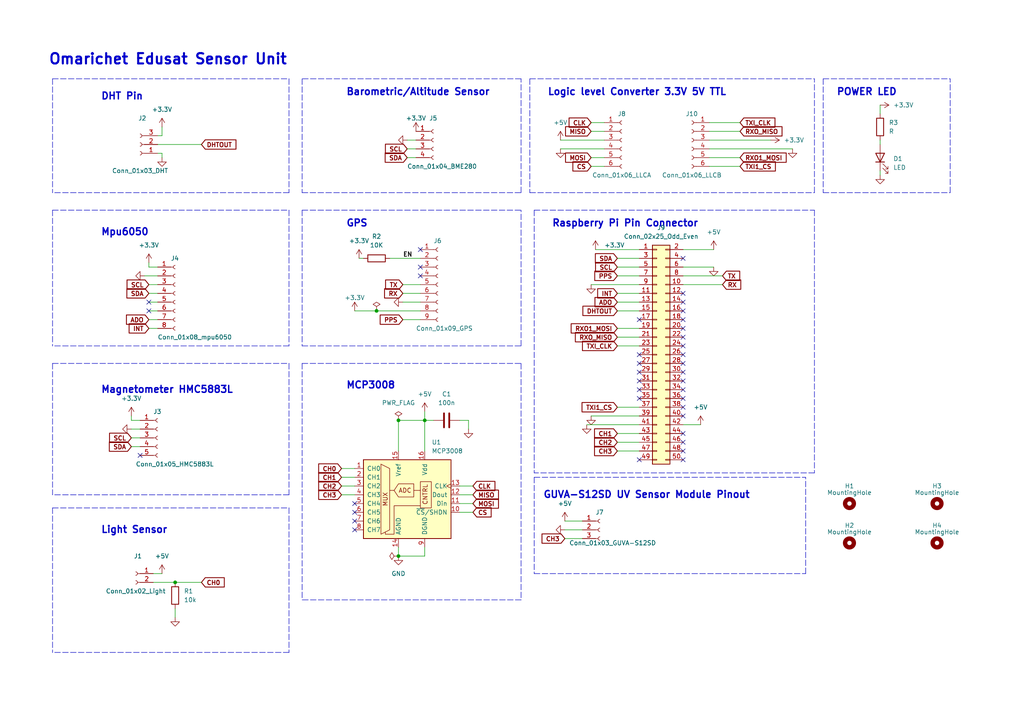
<source format=kicad_sch>
(kicad_sch (version 20211123) (generator eeschema)
  (paper "A4")
  (title_block (title "Edusat Sensor Unit ") (date "2023-01-30") (rev "v1.3") (company "Omarichet.Space") (comment 1 "This design allows for a hands on approach for the learners."))
  (lib_symbols
    (symbol "Analog_ADC:MCP3008" (pin_names (offset 1.016))
      (property "Reference" "U" (at -5.08 13.335 0))
      (property "Value" "MCP3008" (at -5.08 11.43 0))
      (symbol "MCP3008_0_0"
        (text "ADC" (at -0.635 1.27 0) (effects (font (size 1.27 1.27))))
        (text "CNTRL" (at 5.969 -2.921 900) (effects (font (size 1.27 1.27)) (justify left bottom)))
        (text "MUX" (at -6.35 -1.27 900) (effects (font (size 1.27 1.27))))
      )
      (symbol "MCP3008_0_1"
        (polyline (pts (xy -3.81 1.27) (xy -5.08 1.27)))
        (polyline (pts (xy 1.905 1.27) (xy 3.81 1.27)))
        (polyline (pts (xy -7.62 8.89) (xy -7.62 -11.43) (xy -5.08 -10.16) (xy -5.08 7.62) (xy -7.62 8.89)))
        (polyline (pts (xy 3.81 -3.175) (xy -3.81 -3.175) (xy -3.81 -11.43) (xy -6.35 -11.43) (xy -6.35 -10.795)))
        (polyline (pts (xy 1.905 3.175) (xy 1.905 -0.635) (xy -2.54 -0.635) (xy -3.81 1.27) (xy -2.54 3.175) (xy 1.905 3.175)))
        (rectangle (start 3.81 -3.81) (end 6.985 3.81))
        (rectangle (start 12.7 -12.7) (end -12.7 10.16) (stroke (width 0.254)) (fill (type background)))
      )
      (symbol "MCP3008_1_1"
        (pin input line (at -15.24 7.62 0) (length 2.54) (name "CH0") (number "1"))
        (pin input line (at 15.24 -5.08 180) (length 2.54) (name "~{CS}/SHDN") (number "10"))
        (pin input line (at 15.24 -2.54 180) (length 2.54) (name "Din") (number "11"))
        (pin output line (at 15.24 0 180) (length 2.54) (name "Dout") (number "12"))
        (pin input clock (at 15.24 2.54 180) (length 2.54) (name "CLK") (number "13"))
        (pin power_in line (at -2.54 -15.24 90) (length 2.54) (name "AGND") (number "14"))
        (pin power_in line (at -2.54 12.7 270) (length 2.54) (name "Vref") (number "15"))
        (pin power_in line (at 5.08 12.7 270) (length 2.54) (name "Vdd") (number "16"))
        (pin input line (at -15.24 5.08 0) (length 2.54) (name "CH1") (number "2"))
        (pin input line (at -15.24 2.54 0) (length 2.54) (name "CH2") (number "3"))
        (pin input line (at -15.24 0 0) (length 2.54) (name "CH3") (number "4"))
        (pin input line (at -15.24 -2.54 0) (length 2.54) (name "CH4") (number "5"))
        (pin input line (at -15.24 -5.08 0) (length 2.54) (name "CH5") (number "6"))
        (pin input line (at -15.24 -7.62 0) (length 2.54) (name "CH6") (number "7"))
        (pin input line (at -15.24 -10.16 0) (length 2.54) (name "CH7") (number "8"))
        (pin power_in line (at 5.08 -15.24 90) (length 2.54) (name "DGND") (number "9"))
      )
    )
    (symbol "Connector:Conn_01x02_Female" (pin_names (offset 1.016) hide)
      (property "Reference" "J" (at 0 2.54 0))
      (property "Value" "Conn_01x02_Female" (at 0 -5.08 0))
      (symbol "Conn_01x02_Female_1_1"
        (arc (start 0 -2.032) (mid -0.508 -2.54) (end 0 -3.048) (stroke (width 0.1524)))
        (polyline (pts (xy -1.27 -2.54) (xy -0.508 -2.54)) (stroke (width 0.1524)))
        (polyline (pts (xy -1.27 0) (xy -0.508 0)) (stroke (width 0.1524)))
        (arc (start 0 0.508) (mid -0.508 0) (end 0 -0.508) (stroke (width 0.1524)))
        (pin passive line (at -5.08 0 0) (length 3.81) (name "Pin_1") (number "1"))
        (pin passive line (at -5.08 -2.54 0) (length 3.81) (name "Pin_2") (number "2"))
      )
    )
    (symbol "Connector:Conn_01x03_Female" (pin_names (offset 1.016) hide)
      (property "Reference" "J" (at 0 5.08 0))
      (property "Value" "Conn_01x03_Female" (at 0 -5.08 0))
      (symbol "Conn_01x03_Female_1_1"
        (arc (start 0 -2.032) (mid -0.508 -2.54) (end 0 -3.048) (stroke (width 0.1524)))
        (polyline (pts (xy -1.27 -2.54) (xy -0.508 -2.54)) (stroke (width 0.1524)))
        (polyline (pts (xy -1.27 0) (xy -0.508 0)) (stroke (width 0.1524)))
        (polyline (pts (xy -1.27 2.54) (xy -0.508 2.54)) (stroke (width 0.1524)))
        (arc (start 0 0.508) (mid -0.508 0) (end 0 -0.508) (stroke (width 0.1524)))
        (arc (start 0 3.048) (mid -0.508 2.54) (end 0 2.032) (stroke (width 0.1524)))
        (pin passive line (at -5.08 2.54 0) (length 3.81) (name "Pin_1") (number "1"))
        (pin passive line (at -5.08 0 0) (length 3.81) (name "Pin_2") (number "2"))
        (pin passive line (at -5.08 -2.54 0) (length 3.81) (name "Pin_3") (number "3"))
      )
    )
    (symbol "Connector:Conn_01x04_Female" (pin_names (offset 1.016) hide)
      (property "Reference" "J" (at 0 5.08 0))
      (property "Value" "Conn_01x04_Female" (at 0 -7.62 0))
      (symbol "Conn_01x04_Female_1_1"
        (arc (start 0 -4.572) (mid -0.508 -5.08) (end 0 -5.588) (stroke (width 0.1524)))
        (arc (start 0 -2.032) (mid -0.508 -2.54) (end 0 -3.048) (stroke (width 0.1524)))
        (polyline (pts (xy -1.27 -5.08) (xy -0.508 -5.08)) (stroke (width 0.1524)))
        (polyline (pts (xy -1.27 -2.54) (xy -0.508 -2.54)) (stroke (width 0.1524)))
        (polyline (pts (xy -1.27 0) (xy -0.508 0)) (stroke (width 0.1524)))
        (polyline (pts (xy -1.27 2.54) (xy -0.508 2.54)) (stroke (width 0.1524)))
        (arc (start 0 0.508) (mid -0.508 0) (end 0 -0.508) (stroke (width 0.1524)))
        (arc (start 0 3.048) (mid -0.508 2.54) (end 0 2.032) (stroke (width 0.1524)))
        (pin passive line (at -5.08 2.54 0) (length 3.81) (name "Pin_1") (number "1"))
        (pin passive line (at -5.08 0 0) (length 3.81) (name "Pin_2") (number "2"))
        (pin passive line (at -5.08 -2.54 0) (length 3.81) (name "Pin_3") (number "3"))
        (pin passive line (at -5.08 -5.08 0) (length 3.81) (name "Pin_4") (number "4"))
      )
    )
    (symbol "Connector:Conn_01x05_Female" (pin_names (offset 1.016) hide)
      (property "Reference" "J" (at 0 7.62 0))
      (property "Value" "Conn_01x05_Female" (at 0 -7.62 0))
      (symbol "Conn_01x05_Female_1_1"
        (arc (start 0 -4.572) (mid -0.508 -5.08) (end 0 -5.588) (stroke (width 0.1524)))
        (arc (start 0 -2.032) (mid -0.508 -2.54) (end 0 -3.048) (stroke (width 0.1524)))
        (polyline (pts (xy -1.27 -5.08) (xy -0.508 -5.08)) (stroke (width 0.1524)))
        (polyline (pts (xy -1.27 -2.54) (xy -0.508 -2.54)) (stroke (width 0.1524)))
        (polyline (pts (xy -1.27 0) (xy -0.508 0)) (stroke (width 0.1524)))
        (polyline (pts (xy -1.27 2.54) (xy -0.508 2.54)) (stroke (width 0.1524)))
        (polyline (pts (xy -1.27 5.08) (xy -0.508 5.08)) (stroke (width 0.1524)))
        (arc (start 0 0.508) (mid -0.508 0) (end 0 -0.508) (stroke (width 0.1524)))
        (arc (start 0 3.048) (mid -0.508 2.54) (end 0 2.032) (stroke (width 0.1524)))
        (arc (start 0 5.588) (mid -0.508 5.08) (end 0 4.572) (stroke (width 0.1524)))
        (pin passive line (at -5.08 5.08 0) (length 3.81) (name "Pin_1") (number "1"))
        (pin passive line (at -5.08 2.54 0) (length 3.81) (name "Pin_2") (number "2"))
        (pin passive line (at -5.08 0 0) (length 3.81) (name "Pin_3") (number "3"))
        (pin passive line (at -5.08 -2.54 0) (length 3.81) (name "Pin_4") (number "4"))
        (pin passive line (at -5.08 -5.08 0) (length 3.81) (name "Pin_5") (number "5"))
      )
    )
    (symbol "Connector:Conn_01x06_Female" (pin_names (offset 1.016) hide)
      (property "Reference" "J" (at 0 7.62 0))
      (property "Value" "Conn_01x06_Female" (at 0 -10.16 0))
      (symbol "Conn_01x06_Female_1_1"
        (arc (start 0 -7.112) (mid -0.508 -7.62) (end 0 -8.128) (stroke (width 0.1524)))
        (arc (start 0 -4.572) (mid -0.508 -5.08) (end 0 -5.588) (stroke (width 0.1524)))
        (arc (start 0 -2.032) (mid -0.508 -2.54) (end 0 -3.048) (stroke (width 0.1524)))
        (polyline (pts (xy -1.27 -7.62) (xy -0.508 -7.62)) (stroke (width 0.1524)))
        (polyline (pts (xy -1.27 -5.08) (xy -0.508 -5.08)) (stroke (width 0.1524)))
        (polyline (pts (xy -1.27 -2.54) (xy -0.508 -2.54)) (stroke (width 0.1524)))
        (polyline (pts (xy -1.27 0) (xy -0.508 0)) (stroke (width 0.1524)))
        (polyline (pts (xy -1.27 2.54) (xy -0.508 2.54)) (stroke (width 0.1524)))
        (polyline (pts (xy -1.27 5.08) (xy -0.508 5.08)) (stroke (width 0.1524)))
        (arc (start 0 0.508) (mid -0.508 0) (end 0 -0.508) (stroke (width 0.1524)))
        (arc (start 0 3.048) (mid -0.508 2.54) (end 0 2.032) (stroke (width 0.1524)))
        (arc (start 0 5.588) (mid -0.508 5.08) (end 0 4.572) (stroke (width 0.1524)))
        (pin passive line (at -5.08 5.08 0) (length 3.81) (name "Pin_1") (number "1"))
        (pin passive line (at -5.08 2.54 0) (length 3.81) (name "Pin_2") (number "2"))
        (pin passive line (at -5.08 0 0) (length 3.81) (name "Pin_3") (number "3"))
        (pin passive line (at -5.08 -2.54 0) (length 3.81) (name "Pin_4") (number "4"))
        (pin passive line (at -5.08 -5.08 0) (length 3.81) (name "Pin_5") (number "5"))
        (pin passive line (at -5.08 -7.62 0) (length 3.81) (name "Pin_6") (number "6"))
      )
    )
    (symbol "Connector:Conn_01x08_Female" (pin_names (offset 1.016) hide)
      (property "Reference" "J" (at 0 10.16 0))
      (property "Value" "Conn_01x08_Female" (at 0 -12.7 0))
      (symbol "Conn_01x08_Female_1_1"
        (arc (start 0 -9.652) (mid -0.508 -10.16) (end 0 -10.668) (stroke (width 0.1524)))
        (arc (start 0 -7.112) (mid -0.508 -7.62) (end 0 -8.128) (stroke (width 0.1524)))
        (arc (start 0 -4.572) (mid -0.508 -5.08) (end 0 -5.588) (stroke (width 0.1524)))
        (arc (start 0 -2.032) (mid -0.508 -2.54) (end 0 -3.048) (stroke (width 0.1524)))
        (polyline (pts (xy -1.27 -10.16) (xy -0.508 -10.16)) (stroke (width 0.1524)))
        (polyline (pts (xy -1.27 -7.62) (xy -0.508 -7.62)) (stroke (width 0.1524)))
        (polyline (pts (xy -1.27 -5.08) (xy -0.508 -5.08)) (stroke (width 0.1524)))
        (polyline (pts (xy -1.27 -2.54) (xy -0.508 -2.54)) (stroke (width 0.1524)))
        (polyline (pts (xy -1.27 0) (xy -0.508 0)) (stroke (width 0.1524)))
        (polyline (pts (xy -1.27 2.54) (xy -0.508 2.54)) (stroke (width 0.1524)))
        (polyline (pts (xy -1.27 5.08) (xy -0.508 5.08)) (stroke (width 0.1524)))
        (polyline (pts (xy -1.27 7.62) (xy -0.508 7.62)) (stroke (width 0.1524)))
        (arc (start 0 0.508) (mid -0.508 0) (end 0 -0.508) (stroke (width 0.1524)))
        (arc (start 0 3.048) (mid -0.508 2.54) (end 0 2.032) (stroke (width 0.1524)))
        (arc (start 0 5.588) (mid -0.508 5.08) (end 0 4.572) (stroke (width 0.1524)))
        (arc (start 0 8.128) (mid -0.508 7.62) (end 0 7.112) (stroke (width 0.1524)))
        (pin passive line (at -5.08 7.62 0) (length 3.81) (name "Pin_1") (number "1"))
        (pin passive line (at -5.08 5.08 0) (length 3.81) (name "Pin_2") (number "2"))
        (pin passive line (at -5.08 2.54 0) (length 3.81) (name "Pin_3") (number "3"))
        (pin passive line (at -5.08 0 0) (length 3.81) (name "Pin_4") (number "4"))
        (pin passive line (at -5.08 -2.54 0) (length 3.81) (name "Pin_5") (number "5"))
        (pin passive line (at -5.08 -5.08 0) (length 3.81) (name "Pin_6") (number "6"))
        (pin passive line (at -5.08 -7.62 0) (length 3.81) (name "Pin_7") (number "7"))
        (pin passive line (at -5.08 -10.16 0) (length 3.81) (name "Pin_8") (number "8"))
      )
    )
    (symbol "Connector:Conn_01x09_Female" (pin_names (offset 1.016) hide)
      (property "Reference" "J" (at 0 12.7 0))
      (property "Value" "Conn_01x09_Female" (at 0 -12.7 0))
      (symbol "Conn_01x09_Female_1_1"
        (arc (start 0 -9.652) (mid -0.508 -10.16) (end 0 -10.668) (stroke (width 0.1524)))
        (arc (start 0 -7.112) (mid -0.508 -7.62) (end 0 -8.128) (stroke (width 0.1524)))
        (arc (start 0 -4.572) (mid -0.508 -5.08) (end 0 -5.588) (stroke (width 0.1524)))
        (arc (start 0 -2.032) (mid -0.508 -2.54) (end 0 -3.048) (stroke (width 0.1524)))
        (polyline (pts (xy -1.27 -10.16) (xy -0.508 -10.16)) (stroke (width 0.1524)))
        (polyline (pts (xy -1.27 -7.62) (xy -0.508 -7.62)) (stroke (width 0.1524)))
        (polyline (pts (xy -1.27 -5.08) (xy -0.508 -5.08)) (stroke (width 0.1524)))
        (polyline (pts (xy -1.27 -2.54) (xy -0.508 -2.54)) (stroke (width 0.1524)))
        (polyline (pts (xy -1.27 0) (xy -0.508 0)) (stroke (width 0.1524)))
        (polyline (pts (xy -1.27 2.54) (xy -0.508 2.54)) (stroke (width 0.1524)))
        (polyline (pts (xy -1.27 5.08) (xy -0.508 5.08)) (stroke (width 0.1524)))
        (polyline (pts (xy -1.27 7.62) (xy -0.508 7.62)) (stroke (width 0.1524)))
        (polyline (pts (xy -1.27 10.16) (xy -0.508 10.16)) (stroke (width 0.1524)))
        (arc (start 0 0.508) (mid -0.508 0) (end 0 -0.508) (stroke (width 0.1524)))
        (arc (start 0 3.048) (mid -0.508 2.54) (end 0 2.032) (stroke (width 0.1524)))
        (arc (start 0 5.588) (mid -0.508 5.08) (end 0 4.572) (stroke (width 0.1524)))
        (arc (start 0 8.128) (mid -0.508 7.62) (end 0 7.112) (stroke (width 0.1524)))
        (arc (start 0 10.668) (mid -0.508 10.16) (end 0 9.652) (stroke (width 0.1524)))
        (pin passive line (at -5.08 10.16 0) (length 3.81) (name "Pin_1") (number "1"))
        (pin passive line (at -5.08 7.62 0) (length 3.81) (name "Pin_2") (number "2"))
        (pin passive line (at -5.08 5.08 0) (length 3.81) (name "Pin_3") (number "3"))
        (pin passive line (at -5.08 2.54 0) (length 3.81) (name "Pin_4") (number "4"))
        (pin passive line (at -5.08 0 0) (length 3.81) (name "Pin_5") (number "5"))
        (pin passive line (at -5.08 -2.54 0) (length 3.81) (name "Pin_6") (number "6"))
        (pin passive line (at -5.08 -5.08 0) (length 3.81) (name "Pin_7") (number "7"))
        (pin passive line (at -5.08 -7.62 0) (length 3.81) (name "Pin_8") (number "8"))
        (pin passive line (at -5.08 -10.16 0) (length 3.81) (name "Pin_9") (number "9"))
      )
    )
    (symbol "Connector_Generic:Conn_02x25_Odd_Even" (pin_names (offset 1.016) hide)
      (property "Reference" "J" (at 1.27 33.02 0))
      (property "Value" "Conn_02x25_Odd_Even" (at 1.27 -33.02 0))
      (symbol "Conn_02x25_Odd_Even_1_1"
        (rectangle (start -1.27 -30.353) (end 0 -30.607) (stroke (width 0.1524)))
        (rectangle (start -1.27 -27.813) (end 0 -28.067) (stroke (width 0.1524)))
        (rectangle (start -1.27 -25.273) (end 0 -25.527) (stroke (width 0.1524)))
        (rectangle (start -1.27 -22.733) (end 0 -22.987) (stroke (width 0.1524)))
        (rectangle (start -1.27 -20.193) (end 0 -20.447) (stroke (width 0.1524)))
        (rectangle (start -1.27 -17.653) (end 0 -17.907) (stroke (width 0.1524)))
        (rectangle (start -1.27 -15.113) (end 0 -15.367) (stroke (width 0.1524)))
        (rectangle (start -1.27 -12.573) (end 0 -12.827) (stroke (width 0.1524)))
        (rectangle (start -1.27 -10.033) (end 0 -10.287) (stroke (width 0.1524)))
        (rectangle (start -1.27 -7.493) (end 0 -7.747) (stroke (width 0.1524)))
        (rectangle (start -1.27 -4.953) (end 0 -5.207) (stroke (width 0.1524)))
        (rectangle (start -1.27 -2.413) (end 0 -2.667) (stroke (width 0.1524)))
        (rectangle (start -1.27 0.127) (end 0 -0.127) (stroke (width 0.1524)))
        (rectangle (start -1.27 2.667) (end 0 2.413) (stroke (width 0.1524)))
        (rectangle (start -1.27 5.207) (end 0 4.953) (stroke (width 0.1524)))
        (rectangle (start -1.27 7.747) (end 0 7.493) (stroke (width 0.1524)))
        (rectangle (start -1.27 10.287) (end 0 10.033) (stroke (width 0.1524)))
        (rectangle (start -1.27 12.827) (end 0 12.573) (stroke (width 0.1524)))
        (rectangle (start -1.27 15.367) (end 0 15.113) (stroke (width 0.1524)))
        (rectangle (start -1.27 17.907) (end 0 17.653) (stroke (width 0.1524)))
        (rectangle (start -1.27 20.447) (end 0 20.193) (stroke (width 0.1524)))
        (rectangle (start -1.27 22.987) (end 0 22.733) (stroke (width 0.1524)))
        (rectangle (start -1.27 25.527) (end 0 25.273) (stroke (width 0.1524)))
        (rectangle (start -1.27 28.067) (end 0 27.813) (stroke (width 0.1524)))
        (rectangle (start -1.27 30.607) (end 0 30.353) (stroke (width 0.1524)))
        (rectangle (start -1.27 31.75) (end 3.81 -31.75) (stroke (width 0.254)) (fill (type background)))
        (rectangle (start 3.81 -30.353) (end 2.54 -30.607) (stroke (width 0.1524)))
        (rectangle (start 3.81 -27.813) (end 2.54 -28.067) (stroke (width 0.1524)))
        (rectangle (start 3.81 -25.273) (end 2.54 -25.527) (stroke (width 0.1524)))
        (rectangle (start 3.81 -22.733) (end 2.54 -22.987) (stroke (width 0.1524)))
        (rectangle (start 3.81 -20.193) (end 2.54 -20.447) (stroke (width 0.1524)))
        (rectangle (start 3.81 -17.653) (end 2.54 -17.907) (stroke (width 0.1524)))
        (rectangle (start 3.81 -15.113) (end 2.54 -15.367) (stroke (width 0.1524)))
        (rectangle (start 3.81 -12.573) (end 2.54 -12.827) (stroke (width 0.1524)))
        (rectangle (start 3.81 -10.033) (end 2.54 -10.287) (stroke (width 0.1524)))
        (rectangle (start 3.81 -7.493) (end 2.54 -7.747) (stroke (width 0.1524)))
        (rectangle (start 3.81 -4.953) (end 2.54 -5.207) (stroke (width 0.1524)))
        (rectangle (start 3.81 -2.413) (end 2.54 -2.667) (stroke (width 0.1524)))
        (rectangle (start 3.81 0.127) (end 2.54 -0.127) (stroke (width 0.1524)))
        (rectangle (start 3.81 2.667) (end 2.54 2.413) (stroke (width 0.1524)))
        (rectangle (start 3.81 5.207) (end 2.54 4.953) (stroke (width 0.1524)))
        (rectangle (start 3.81 7.747) (end 2.54 7.493) (stroke (width 0.1524)))
        (rectangle (start 3.81 10.287) (end 2.54 10.033) (stroke (width 0.1524)))
        (rectangle (start 3.81 12.827) (end 2.54 12.573) (stroke (width 0.1524)))
        (rectangle (start 3.81 15.367) (end 2.54 15.113) (stroke (width 0.1524)))
        (rectangle (start 3.81 17.907) (end 2.54 17.653) (stroke (width 0.1524)))
        (rectangle (start 3.81 20.447) (end 2.54 20.193) (stroke (width 0.1524)))
        (rectangle (start 3.81 22.987) (end 2.54 22.733) (stroke (width 0.1524)))
        (rectangle (start 3.81 25.527) (end 2.54 25.273) (stroke (width 0.1524)))
        (rectangle (start 3.81 28.067) (end 2.54 27.813) (stroke (width 0.1524)))
        (rectangle (start 3.81 30.607) (end 2.54 30.353) (stroke (width 0.1524)))
        (pin passive line (at -5.08 30.48 0) (length 3.81) (name "Pin_1") (number "1"))
        (pin passive line (at 7.62 20.32 180) (length 3.81) (name "Pin_10") (number "10"))
        (pin passive line (at -5.08 17.78 0) (length 3.81) (name "Pin_11") (number "11"))
        (pin passive line (at 7.62 17.78 180) (length 3.81) (name "Pin_12") (number "12"))
        (pin passive line (at -5.08 15.24 0) (length 3.81) (name "Pin_13") (number "13"))
        (pin passive line (at 7.62 15.24 180) (length 3.81) (name "Pin_14") (number "14"))
        (pin passive line (at -5.08 12.7 0) (length 3.81) (name "Pin_15") (number "15"))
        (pin passive line (at 7.62 12.7 180) (length 3.81) (name "Pin_16") (number "16"))
        (pin passive line (at -5.08 10.16 0) (length 3.81) (name "Pin_17") (number "17"))
        (pin passive line (at 7.62 10.16 180) (length 3.81) (name "Pin_18") (number "18"))
        (pin passive line (at -5.08 7.62 0) (length 3.81) (name "Pin_19") (number "19"))
        (pin passive line (at 7.62 30.48 180) (length 3.81) (name "Pin_2") (number "2"))
        (pin passive line (at 7.62 7.62 180) (length 3.81) (name "Pin_20") (number "20"))
        (pin passive line (at -5.08 5.08 0) (length 3.81) (name "Pin_21") (number "21"))
        (pin passive line (at 7.62 5.08 180) (length 3.81) (name "Pin_22") (number "22"))
        (pin passive line (at -5.08 2.54 0) (length 3.81) (name "Pin_23") (number "23"))
        (pin passive line (at 7.62 2.54 180) (length 3.81) (name "Pin_24") (number "24"))
        (pin passive line (at -5.08 0 0) (length 3.81) (name "Pin_25") (number "25"))
        (pin passive line (at 7.62 0 180) (length 3.81) (name "Pin_26") (number "26"))
        (pin passive line (at -5.08 -2.54 0) (length 3.81) (name "Pin_27") (number "27"))
        (pin passive line (at 7.62 -2.54 180) (length 3.81) (name "Pin_28") (number "28"))
        (pin passive line (at -5.08 -5.08 0) (length 3.81) (name "Pin_29") (number "29"))
        (pin passive line (at -5.08 27.94 0) (length 3.81) (name "Pin_3") (number "3"))
        (pin passive line (at 7.62 -5.08 180) (length 3.81) (name "Pin_30") (number "30"))
        (pin passive line (at -5.08 -7.62 0) (length 3.81) (name "Pin_31") (number "31"))
        (pin passive line (at 7.62 -7.62 180) (length 3.81) (name "Pin_32") (number "32"))
        (pin passive line (at -5.08 -10.16 0) (length 3.81) (name "Pin_33") (number "33"))
        (pin passive line (at 7.62 -10.16 180) (length 3.81) (name "Pin_34") (number "34"))
        (pin passive line (at -5.08 -12.7 0) (length 3.81) (name "Pin_35") (number "35"))
        (pin passive line (at 7.62 -12.7 180) (length 3.81) (name "Pin_36") (number "36"))
        (pin passive line (at -5.08 -15.24 0) (length 3.81) (name "Pin_37") (number "37"))
        (pin passive line (at 7.62 -15.24 180) (length 3.81) (name "Pin_38") (number "38"))
        (pin passive line (at -5.08 -17.78 0) (length 3.81) (name "Pin_39") (number "39"))
        (pin passive line (at 7.62 27.94 180) (length 3.81) (name "Pin_4") (number "4"))
        (pin passive line (at 7.62 -17.78 180) (length 3.81) (name "Pin_40") (number "40"))
        (pin passive line (at -5.08 -20.32 0) (length 3.81) (name "Pin_41") (number "41"))
        (pin passive line (at 7.62 -20.32 180) (length 3.81) (name "Pin_42") (number "42"))
        (pin passive line (at -5.08 -22.86 0) (length 3.81) (name "Pin_43") (number "43"))
        (pin passive line (at 7.62 -22.86 180) (length 3.81) (name "Pin_44") (number "44"))
        (pin passive line (at -5.08 -25.4 0) (length 3.81) (name "Pin_45") (number "45"))
        (pin passive line (at 7.62 -25.4 180) (length 3.81) (name "Pin_46") (number "46"))
        (pin passive line (at -5.08 -27.94 0) (length 3.81) (name "Pin_47") (number "47"))
        (pin passive line (at 7.62 -27.94 180) (length 3.81) (name "Pin_48") (number "48"))
        (pin passive line (at -5.08 -30.48 0) (length 3.81) (name "Pin_49") (number "49"))
        (pin passive line (at -5.08 25.4 0) (length 3.81) (name "Pin_5") (number "5"))
        (pin passive line (at 7.62 -30.48 180) (length 3.81) (name "Pin_50") (number "50"))
        (pin passive line (at 7.62 25.4 180) (length 3.81) (name "Pin_6") (number "6"))
        (pin passive line (at -5.08 22.86 0) (length 3.81) (name "Pin_7") (number "7"))
        (pin passive line (at 7.62 22.86 180) (length 3.81) (name "Pin_8") (number "8"))
        (pin passive line (at -5.08 20.32 0) (length 3.81) (name "Pin_9") (number "9"))
      )
    )
    (symbol "Device:C" (pin_numbers hide) (pin_names (offset 0.254))
      (property "Reference" "C" (at 0.635 2.54 0))
      (property "Value" "C" (at 0.635 -2.54 0))
      (symbol "C_0_1"
        (polyline (pts (xy -2.032 -0.762) (xy 2.032 -0.762)) (stroke (width 0.508)))
        (polyline (pts (xy -2.032 0.762) (xy 2.032 0.762)) (stroke (width 0.508)))
      )
      (symbol "C_1_1"
        (pin passive line (at 0 3.81 270) (length 2.794) (name "~") (number "1"))
        (pin passive line (at 0 -3.81 90) (length 2.794) (name "~") (number "2"))
      )
    )
    (symbol "Device:LED" (pin_numbers hide) (pin_names (offset 1.016) hide)
      (property "Reference" "D" (at 0 2.54 0))
      (property "Value" "LED" (at 0 -2.54 0))
      (symbol "LED_0_1"
        (polyline (pts (xy -1.27 -1.27) (xy -1.27 1.27)) (stroke (width 0.254)))
        (polyline (pts (xy -1.27 0) (xy 1.27 0)))
        (polyline (pts (xy 1.27 -1.27) (xy 1.27 1.27) (xy -1.27 0) (xy 1.27 -1.27)) (stroke (width 0.254)))
        (polyline (pts (xy -3.048 -0.762) (xy -4.572 -2.286) (xy -3.81 -2.286) (xy -4.572 -2.286) (xy -4.572 -1.524)))
        (polyline (pts (xy -1.778 -0.762) (xy -3.302 -2.286) (xy -2.54 -2.286) (xy -3.302 -2.286) (xy -3.302 -1.524)))
      )
      (symbol "LED_1_1"
        (pin passive line (at -3.81 0 0) (length 2.54) (name "K") (number "1"))
        (pin passive line (at 3.81 0 180) (length 2.54) (name "A") (number "2"))
      )
    )
    (symbol "Device:R" (pin_numbers hide) (pin_names (offset 0))
      (property "Reference" "R" (at 2.032 0 90))
      (property "Value" "R" (at 0 0 90))
      (symbol "R_0_1"
        (rectangle (start -1.016 -2.54) (end 1.016 2.54) (stroke (width 0.254)))
      )
      (symbol "R_1_1"
        (pin passive line (at 0 3.81 270) (length 1.27) (name "~") (number "1"))
        (pin passive line (at 0 -3.81 90) (length 1.27) (name "~") (number "2"))
      )
    )
    (symbol "Mechanical:MountingHole" (pin_names (offset 1.016))
      (property "Reference" "H" (at 0 5.08 0))
      (property "Value" "MountingHole" (at 0 3.175 0))
      (symbol "MountingHole_0_1"
        (circle (center 0 0) (radius 1.27) (stroke (width 1.27)))
      )
    )
    (symbol "power:+3.3V" (power) (pin_names (offset 0))
      (property "Value" "+3.3V" (at 0 3.556 0))
      (symbol "+3.3V_0_1"
        (polyline (pts (xy -0.762 1.27) (xy 0 2.54)))
        (polyline (pts (xy 0 0) (xy 0 2.54)))
        (polyline (pts (xy 0 2.54) (xy 0.762 1.27)))
      )
      (symbol "+3.3V_1_1"
        (pin power_in line (at 0 0 90) (length 0) hide (name "+3.3V") (number "1"))
      )
    )
    (symbol "power:+5V" (power) (pin_names (offset 0))
      (property "Value" "+5V" (at 0 3.556 0))
      (symbol "+5V_0_1"
        (polyline (pts (xy -0.762 1.27) (xy 0 2.54)))
        (polyline (pts (xy 0 0) (xy 0 2.54)))
        (polyline (pts (xy 0 2.54) (xy 0.762 1.27)))
      )
      (symbol "+5V_1_1"
        (pin power_in line (at 0 0 90) (length 0) hide (name "+5V") (number "1"))
      )
    )
    (symbol "power:GND" (power) (pin_names (offset 0))
      (property "Value" "GND" (at 0 -3.81 0))
      (symbol "GND_0_1"
        (polyline (pts (xy 0 0) (xy 0 -1.27) (xy 1.27 -1.27) (xy 0 -2.54) (xy -1.27 -1.27) (xy 0 -1.27)))
      )
      (symbol "GND_1_1"
        (pin power_in line (at 0 0 270) (length 0) hide (name "GND") (number "1"))
      )
    )
    (symbol "power:PWR_FLAG" (power) (pin_numbers hide) (pin_names (offset 0) hide)
      (property "Value" "PWR_FLAG" (at 0 3.81 0))
      (symbol "PWR_FLAG_0_0"
        (pin power_out line (at 0 0 90) (length 0) (name "pwr") (number "1"))
      )
      (symbol "PWR_FLAG_0_1"
        (polyline (pts (xy 0 0) (xy 0 1.27) (xy -1.016 1.905) (xy 0 2.54) (xy 1.016 1.905) (xy 0 1.27)))
      )
    )
  )
  (junction (at 109.22 90.17))
  (junction (at 115.57 121.92))
  (junction (at 123.19 121.92))
  (junction (at 115.57 161.29))
  (junction (at 50.8 168.91))
  (no_connect (at 121.92 72.39))
  (no_connect (at 121.92 77.47))
  (no_connect (at 121.92 80.01))
  (no_connect (at 198.12 107.95))
  (no_connect (at 198.12 105.41))
  (no_connect (at 198.12 102.87))
  (no_connect (at 198.12 100.33))
  (no_connect (at 198.12 97.79))
  (no_connect (at 185.42 105.41))
  (no_connect (at 185.42 107.95))
  (no_connect (at 185.42 110.49))
  (no_connect (at 185.42 113.03))
  (no_connect (at 185.42 115.57))
  (no_connect (at 198.12 120.65))
  (no_connect (at 198.12 118.11))
  (no_connect (at 198.12 115.57))
  (no_connect (at 198.12 113.03))
  (no_connect (at 198.12 110.49))
  (no_connect (at 185.42 92.71))
  (no_connect (at 185.42 102.87))
  (no_connect (at 198.12 95.25))
  (no_connect (at 198.12 92.71))
  (no_connect (at 198.12 90.17))
  (no_connect (at 198.12 87.63))
  (no_connect (at 198.12 85.09))
  (no_connect (at 185.42 133.35))
  (no_connect (at 198.12 133.35))
  (no_connect (at 198.12 130.81))
  (no_connect (at 198.12 128.27))
  (no_connect (at 198.12 125.73))
  (no_connect (at 102.87 146.05))
  (no_connect (at 102.87 153.67))
  (no_connect (at 102.87 151.13))
  (no_connect (at 102.87 148.59))
  (no_connect (at 40.64 132.08))
  (no_connect (at 43.18 90.17))
  (no_connect (at 43.18 87.63))
  (no_connect (at 198.12 74.93))
  (polyline (pts (xy 83.82 100.33) (xy 15.24 100.33)))
  (wire (pts (xy 133.35 140.97) (xy 137.16 140.97)))
  (wire (pts (xy 99.06 140.97) (xy 102.87 140.97)))
  (wire (pts (xy 38.1 120.65) (xy 38.1 121.92)))
  (polyline (pts (xy 151.13 173.99) (xy 87.63 173.99)))
  (wire (pts (xy 43.18 87.63) (xy 45.72 87.63)))
  (polyline (pts (xy 87.63 100.33) (xy 151.13 100.33)))
  (polyline (pts (xy 153.67 55.88) (xy 236.22 55.88)))
  (wire (pts (xy 43.18 90.17) (xy 45.72 90.17)))
  (wire (pts (xy 133.35 146.05) (xy 137.16 146.05)))
  (wire (pts (xy 43.18 92.71) (xy 45.72 92.71)))
  (polyline (pts (xy 83.82 147.32) (xy 83.82 189.23)))
  (polyline (pts (xy 238.76 22.86) (xy 275.59 22.86)))
  (wire (pts (xy 118.11 43.18) (xy 120.65 43.18)))
  (wire (pts (xy 171.45 35.56) (xy 175.26 35.56)))
  (wire (pts (xy 135.89 121.92) (xy 135.89 124.46)))
  (wire (pts (xy 38.1 121.92) (xy 40.64 121.92)))
  (wire (pts (xy 133.35 148.59) (xy 137.16 148.59)))
  (polyline (pts (xy 238.76 55.88) (xy 275.59 55.88)))
  (wire (pts (xy 115.57 161.29) (xy 123.19 161.29)))
  (wire (pts (xy 99.06 143.51) (xy 102.87 143.51)))
  (polyline (pts (xy 87.63 60.96) (xy 151.13 60.96)))
  (polyline (pts (xy 151.13 100.33) (xy 151.13 60.96)))
  (wire (pts (xy 171.45 82.55) (xy 185.42 82.55)))
  (wire (pts (xy 99.06 135.89) (xy 102.87 135.89)))
  (polyline (pts (xy 154.94 60.96) (xy 154.94 137.16)))
  (wire (pts (xy 38.1 127) (xy 40.64 127)))
  (wire (pts (xy 205.74 35.56) (xy 214.63 35.56)))
  (polyline (pts (xy 238.76 22.86) (xy 238.76 55.88)))
  (wire (pts (xy 50.8 168.91) (xy 58.42 168.91)))
  (wire (pts (xy 205.74 38.1) (xy 214.63 38.1)))
  (wire (pts (xy 44.45 168.91) (xy 50.8 168.91)))
  (wire (pts (xy 43.18 82.55) (xy 45.72 82.55)))
  (wire (pts (xy 38.1 129.54) (xy 40.64 129.54)))
  (wire (pts (xy 198.12 123.19) (xy 203.2 123.19)))
  (wire (pts (xy 115.57 158.75) (xy 115.57 161.29)))
  (wire (pts (xy 255.27 49.53) (xy 255.27 50.8)))
  (polyline (pts (xy 233.68 166.37) (xy 233.68 138.43)))
  (wire (pts (xy 198.12 82.55) (xy 209.55 82.55)))
  (wire (pts (xy 179.07 130.81) (xy 185.42 130.81)))
  (wire (pts (xy 133.35 143.51) (xy 137.16 143.51)))
  (wire (pts (xy 170.18 123.19) (xy 185.42 123.19)))
  (wire (pts (xy 179.07 95.25) (xy 185.42 95.25)))
  (polyline (pts (xy 87.63 60.96) (xy 87.63 100.33)))
  (polyline (pts (xy 236.22 137.16) (xy 154.94 137.16)))
  (wire (pts (xy 113.03 74.93) (xy 121.92 74.93)))
  (wire (pts (xy 198.12 72.39) (xy 207.01 72.39)))
  (wire (pts (xy 123.19 161.29) (xy 123.19 158.75)))
  (wire (pts (xy 179.07 80.01) (xy 185.42 80.01)))
  (wire (pts (xy 171.45 120.65) (xy 185.42 120.65)))
  (wire (pts (xy 123.19 121.92) (xy 123.19 130.81)))
  (wire (pts (xy 163.83 151.13) (xy 168.91 151.13)))
  (wire (pts (xy 198.12 77.47) (xy 207.01 77.47)))
  (wire (pts (xy 99.06 138.43) (xy 102.87 138.43)))
  (polyline (pts (xy 151.13 22.86) (xy 87.63 22.86)))
  (polyline (pts (xy 15.24 105.41) (xy 83.82 105.41)))
  (wire (pts (xy 45.72 44.45) (xy 46.99 44.45)))
  (polyline (pts (xy 83.82 60.96) (xy 83.82 100.33)))
  (wire (pts (xy 123.19 119.38) (xy 123.19 121.92)))
  (wire (pts (xy 44.45 166.37) (xy 46.99 166.37)))
  (polyline (pts (xy 154.94 166.37) (xy 233.68 166.37)))
  (polyline (pts (xy 15.24 60.96) (xy 15.24 100.33)))
  (wire (pts (xy 179.07 128.27) (xy 185.42 128.27)))
  (polyline (pts (xy 15.24 22.86) (xy 83.82 22.86)))
  (wire (pts (xy 58.42 41.91) (xy 45.72 41.91)))
  (wire (pts (xy 116.84 82.55) (xy 121.92 82.55)))
  (wire (pts (xy 104.14 74.93) (xy 105.41 74.93)))
  (wire (pts (xy 116.84 87.63) (xy 121.92 87.63)))
  (wire (pts (xy 41.91 80.01) (xy 45.72 80.01)))
  (polyline (pts (xy 87.63 55.88) (xy 151.13 55.88)))
  (wire (pts (xy 179.07 100.33) (xy 185.42 100.33)))
  (polyline (pts (xy 154.94 138.43) (xy 233.68 138.43)))
  (polyline (pts (xy 87.63 105.41) (xy 151.13 105.41)))
  (polyline (pts (xy 236.22 60.96) (xy 236.22 137.16)))
  (wire (pts (xy 205.74 43.18) (xy 229.87 43.18)))
  (wire (pts (xy 102.87 90.17) (xy 109.22 90.17)))
  (wire (pts (xy 172.72 72.39) (xy 185.42 72.39)))
  (wire (pts (xy 163.83 153.67) (xy 168.91 153.67)))
  (wire (pts (xy 43.18 85.09) (xy 45.72 85.09)))
  (wire (pts (xy 255.27 40.64) (xy 255.27 41.91)))
  (wire (pts (xy 205.74 48.26) (xy 214.63 48.26)))
  (polyline (pts (xy 15.24 105.41) (xy 15.24 143.51)))
  (polyline (pts (xy 15.24 22.86) (xy 15.24 55.88)))
  (wire (pts (xy 162.56 43.18) (xy 175.26 43.18)))
  (wire (pts (xy 116.84 92.71) (xy 121.92 92.71)))
  (wire (pts (xy 109.22 90.17) (xy 121.92 90.17)))
  (wire (pts (xy 179.07 97.79) (xy 185.42 97.79)))
  (wire (pts (xy 179.07 118.11) (xy 185.42 118.11)))
  (wire (pts (xy 43.18 95.25) (xy 45.72 95.25)))
  (polyline (pts (xy 236.22 55.88) (xy 236.22 22.86)))
  (wire (pts (xy 162.56 40.64) (xy 175.26 40.64)))
  (wire (pts (xy 205.74 40.64) (xy 223.52 40.64)))
  (wire (pts (xy 118.11 40.64) (xy 120.65 40.64)))
  (wire (pts (xy 255.27 30.48) (xy 255.27 33.02)))
  (wire (pts (xy 179.07 74.93) (xy 185.42 74.93)))
  (polyline (pts (xy 154.94 60.96) (xy 236.22 60.96)))
  (polyline (pts (xy 87.63 105.41) (xy 87.63 173.99)))
  (wire (pts (xy 179.07 125.73) (xy 185.42 125.73)))
  (wire (pts (xy 116.84 85.09) (xy 121.92 85.09)))
  (wire (pts (xy 179.07 87.63) (xy 185.42 87.63)))
  (wire (pts (xy 115.57 130.81) (xy 115.57 121.92)))
  (wire (pts (xy 205.74 45.72) (xy 214.63 45.72)))
  (wire (pts (xy 133.35 121.92) (xy 135.89 121.92)))
  (wire (pts (xy 46.99 39.37) (xy 45.72 39.37)))
  (polyline (pts (xy 15.24 60.96) (xy 83.82 60.96)))
  (polyline (pts (xy 15.24 147.32) (xy 15.24 189.23)))
  (polyline (pts (xy 83.82 105.41) (xy 83.82 143.51)))
  (wire (pts (xy 43.18 76.2) (xy 43.18 77.47)))
  (polyline (pts (xy 83.82 143.51) (xy 15.24 143.51)))
  (wire (pts (xy 163.83 156.21) (xy 168.91 156.21)))
  (polyline (pts (xy 83.82 22.86) (xy 83.82 55.88)))
  (wire (pts (xy 115.57 121.92) (xy 123.19 121.92)))
  (wire (pts (xy 46.99 36.83) (xy 46.99 39.37)))
  (polyline (pts (xy 151.13 55.88) (xy 151.13 22.86)))
  (polyline (pts (xy 87.63 22.86) (xy 87.63 55.88)))
  (wire (pts (xy 118.11 45.72) (xy 120.65 45.72)))
  (wire (pts (xy 43.18 77.47) (xy 45.72 77.47)))
  (polyline (pts (xy 15.24 147.32) (xy 83.82 147.32)))
  (polyline (pts (xy 83.82 55.88) (xy 15.24 55.88)))
  (wire (pts (xy 198.12 80.01) (xy 209.55 80.01)))
  (wire (pts (xy 179.07 77.47) (xy 185.42 77.47)))
  (polyline (pts (xy 154.94 138.43) (xy 154.94 166.37)))
  (wire (pts (xy 50.8 176.53) (xy 50.8 179.07)))
  (wire (pts (xy 171.45 38.1) (xy 175.26 38.1)))
  (polyline (pts (xy 275.59 55.88) (xy 275.59 22.86)))
  (wire (pts (xy 38.1 124.46) (xy 40.64 124.46)))
  (wire (pts (xy 171.45 48.26) (xy 175.26 48.26)))
  (polyline (pts (xy 153.67 22.86) (xy 153.67 55.88)))
  (polyline (pts (xy 153.67 22.86) (xy 236.22 22.86)))
  (wire (pts (xy 123.19 121.92) (xy 125.73 121.92)))
  (wire (pts (xy 179.07 90.17) (xy 185.42 90.17)))
  (polyline (pts (xy 83.82 189.23) (xy 15.24 189.23)))
  (polyline (pts (xy 151.13 105.41) (xy 151.13 173.99)))
  (wire (pts (xy 179.07 85.09) (xy 185.42 85.09)))
  (wire (pts (xy 46.99 44.45) (xy 46.99 45.72)))
  (wire (pts (xy 171.45 45.72) (xy 175.26 45.72)))
  (text "Light Sensor" (at 29.21 154.94 0) (effects (font (size 2 2) bold) (justify left bottom)))
  (text "Omarichet Edusat Sensor Unit" (at 13.97 19.05 0) (effects (font (size 3 3) bold) (justify left bottom)))
  (text "GUVA-S12SD UV Sensor Module Pinout" (at 157.48 144.78 0) (effects (font (size 2 2) bold) (justify left bottom)))
  (text "POWER LED" (at 242.57 27.94 0) (effects (font (size 2 2) (thickness 0.4) bold) (justify left bottom)))
  (text "GPS" (at 100.33 66.04 0) (effects (font (size 2 2) bold) (justify left bottom)))
  (text "MCP3008" (at 100.33 113.03 0) (effects (font (size 2 2) bold) (justify left bottom)))
  (text "Barometric/Altitude Sensor" (at 100.33 27.94 0) (effects (font (size 2 2) bold) (justify left bottom)))
  (text "Mpu6050" (at 29.21 68.58 0) (effects (font (size 2 2) bold) (justify left bottom)))
  (text "Raspberry Pi Pin Connector" (at 160.02 66.04 0) (effects (font (size 2 2) bold) (justify left bottom)))
  (text "Logic level Converter 3.3V 5V TTL" (at 158.75 27.94 0) (effects (font (size 2 2) bold) (justify left bottom)))
  (text "Magnetometer HMC5883L" (at 29.21 114.3 0) (effects (font (size 2 2) bold) (justify left bottom)))
  (text "DHT Pin" (at 29.21 29.21 0) (effects (font (size 2 2) bold) (justify left bottom)))
  (label "EN" (at 116.84 74.93 0) (effects (font bold)))
  (global_label "MOSI" (shape input) (at 137.16 146.05 0) (effects (font bold)) (property "Intersheet References" "${INTERSHEET_REFS}" (effects hide)))
  (global_label "TXI1_CS" (shape input) (at 214.63 48.26 0) (effects (font bold)) (property "Intersheet References" "${INTERSHEET_REFS}" (effects hide)))
  (global_label "CH3" (shape input) (at 163.83 156.21 180) (effects (font bold)) (property "Intersheet References" "${INTERSHEET_REFS}" (effects hide)))
  (global_label "CLK" (shape input) (at 137.16 140.97 0) (effects (font bold)) (property "Intersheet References" "${INTERSHEET_REFS}" (effects hide)))
  (global_label "SCL" (shape input) (at 38.1 127 180) (effects (font bold)) (property "Intersheet References" "${INTERSHEET_REFS}" (effects hide)))
  (global_label "SDA" (shape input) (at 38.1 129.54 180) (effects (font bold)) (property "Intersheet References" "${INTERSHEET_REFS}" (effects hide)))
  (global_label "MISO" (shape input) (at 137.16 143.51 0) (effects (font bold)) (property "Intersheet References" "${INTERSHEET_REFS}" (effects hide)))
  (global_label "TX" (shape input) (at 209.55 80.01 0) (effects (font bold)) (property "Intersheet References" "${INTERSHEET_REFS}" (effects hide)))
  (global_label "SDA" (shape input) (at 118.11 45.72 180) (effects (font bold)) (property "Intersheet References" "${INTERSHEET_REFS}" (effects hide)))
  (global_label "MOSI" (shape input) (at 171.45 45.72 180) (effects (font bold)) (property "Intersheet References" "${INTERSHEET_REFS}" (effects hide)))
  (global_label "PPS" (shape input) (at 179.07 80.01 180) (effects (font bold)) (property "Intersheet References" "${INTERSHEET_REFS}" (effects hide)))
  (global_label "MISO" (shape input) (at 171.45 38.1 180) (effects (font bold)) (property "Intersheet References" "${INTERSHEET_REFS}" (effects hide)))
  (global_label "RXO1_MOSI" (shape input) (at 214.63 45.72 0) (effects (font bold)) (property "Intersheet References" "${INTERSHEET_REFS}" (effects hide)))
  (global_label "CS" (shape input) (at 137.16 148.59 0) (effects (font bold)) (property "Intersheet References" "${INTERSHEET_REFS}" (effects hide)))
  (global_label "CS" (shape input) (at 171.45 48.26 180) (effects (font bold)) (property "Intersheet References" "${INTERSHEET_REFS}" (effects hide)))
  (global_label "CH2" (shape input) (at 99.06 140.97 180) (effects (font bold)) (property "Intersheet References" "${INTERSHEET_REFS}" (effects hide)))
  (global_label "PPS" (shape input) (at 116.84 92.71 180) (effects (font bold)) (property "Intersheet References" "${INTERSHEET_REFS}" (effects hide)))
  (global_label "TXI_CLK" (shape input) (at 179.07 100.33 180) (effects (font bold)) (property "Intersheet References" "${INTERSHEET_REFS}" (effects hide)))
  (global_label "RX" (shape input) (at 209.55 82.55 0) (effects (font bold)) (property "Intersheet References" "${INTERSHEET_REFS}" (effects hide)))
  (global_label "CH1" (shape input) (at 99.06 138.43 180) (effects (font bold)) (property "Intersheet References" "${INTERSHEET_REFS}" (effects hide)))
  (global_label "CH3" (shape input) (at 99.06 143.51 180) (effects (font bold)) (property "Intersheet References" "${INTERSHEET_REFS}" (effects hide)))
  (global_label "RXO1_MOSI" (shape input) (at 179.07 95.25 180) (effects (font bold)) (property "Intersheet References" "${INTERSHEET_REFS}" (effects hide)))
  (global_label "CH0" (shape input) (at 99.06 135.89 180) (effects (font bold)) (property "Intersheet References" "${INTERSHEET_REFS}" (effects hide)))
  (global_label "INT" (shape input) (at 43.18 95.25 180) (effects (font bold)) (property "Intersheet References" "${INTERSHEET_REFS}" (effects hide)))
  (global_label "TX" (shape input) (at 116.84 82.55 180) (effects (font bold)) (property "Intersheet References" "${INTERSHEET_REFS}" (effects hide)))
  (global_label "DHTOUT" (shape input) (at 58.42 41.91 0) (effects (font bold)) (property "Intersheet References" "${INTERSHEET_REFS}" (effects hide)))
  (global_label "CH3" (shape input) (at 179.07 130.81 180) (effects (font bold)) (property "Intersheet References" "${INTERSHEET_REFS}" (effects hide)))
  (global_label "TXI1_CS" (shape input) (at 179.07 118.11 180) (effects (font bold)) (property "Intersheet References" "${INTERSHEET_REFS}" (effects hide)))
  (global_label "ADO" (shape input) (at 179.07 87.63 180) (effects (font bold)) (property "Intersheet References" "${INTERSHEET_REFS}" (effects hide)))
  (global_label "RX" (shape input) (at 116.84 85.09 180) (effects (font bold)) (property "Intersheet References" "${INTERSHEET_REFS}" (effects hide)))
  (global_label "SCL" (shape input) (at 118.11 43.18 180) (effects (font bold)) (property "Intersheet References" "${INTERSHEET_REFS}" (effects hide)))
  (global_label "RXO_MISO" (shape input) (at 179.07 97.79 180) (effects (font bold)) (property "Intersheet References" "${INTERSHEET_REFS}" (effects hide)))
  (global_label "DHTOUT" (shape input) (at 179.07 90.17 180) (effects (font bold)) (property "Intersheet References" "${INTERSHEET_REFS}" (effects hide)))
  (global_label "SCL" (shape input) (at 43.18 82.55 180) (effects (font bold)) (property "Intersheet References" "${INTERSHEET_REFS}" (effects hide)))
  (global_label "SDA" (shape input) (at 43.18 85.09 180) (effects (font bold)) (property "Intersheet References" "${INTERSHEET_REFS}" (effects hide)))
  (global_label "INT" (shape input) (at 179.07 85.09 180) (effects (font bold)) (property "Intersheet References" "${INTERSHEET_REFS}" (effects hide)))
  (global_label "ADO" (shape input) (at 43.18 92.71 180) (effects (font bold)) (property "Intersheet References" "${INTERSHEET_REFS}" (effects hide)))
  (global_label "CH0" (shape input) (at 58.42 168.91 0) (effects (font bold)) (property "Intersheet References" "${INTERSHEET_REFS}" (effects hide)))
  (global_label "RXO_MISO" (shape input) (at 214.63 38.1 0) (effects (font bold)) (property "Intersheet References" "${INTERSHEET_REFS}" (effects hide)))
  (global_label "SCL" (shape input) (at 179.07 77.47 180) (effects (font bold)) (property "Intersheet References" "${INTERSHEET_REFS}" (effects hide)))
  (global_label "CH2" (shape input) (at 179.07 128.27 180) (effects (font bold)) (property "Intersheet References" "${INTERSHEET_REFS}" (effects hide)))
  (global_label "SDA" (shape input) (at 179.07 74.93 180) (effects (font bold)) (property "Intersheet References" "${INTERSHEET_REFS}" (effects hide)))
  (global_label "CH1" (shape input) (at 179.07 125.73 180) (effects (font bold)) (property "Intersheet References" "${INTERSHEET_REFS}" (effects hide)))
  (global_label "CLK" (shape input) (at 171.45 35.56 180) (effects (font bold)) (property "Intersheet References" "${INTERSHEET_REFS}" (effects hide)))
  (global_label "TXI_CLK" (shape input) (at 214.63 35.56 0) (effects (font bold)) (property "Intersheet References" "${INTERSHEET_REFS}" (effects hide)))
  (symbol (lib_id "power:GND") (at 116.84 87.63 270) (mirror x) (unit 1)
    (property "Reference" "#PWR0101" (effects hide))
    (property "Value" "GND" (effects hide))
  )
  (symbol (lib_id "power:PWR_FLAG") (at 109.22 90.17 0) (unit 1)
    (property "Reference" "#FLG0101" (effects hide))
    (property "Value" "PWR_FLAG" (effects hide))
  )
  (symbol (lib_id "Mechanical:MountingHole") (at 271.78 146.05 0) (unit 1)
    (property "Reference" "H3" (at 271.78 140.97 0))
    (property "Value" "MountingHole" (at 271.78 142.875 0))
    (property "Footprint" "MountingHole:MountingHole_3.2mm_M3" (effects hide))
  )
  (symbol (lib_id "Analog_ADC:MCP3008") (at 118.11 143.51 0) (unit 1)
    (property "Reference" "U1" (at 125.2094 128.27 0) (effects (justify left)))
    (property "Value" "MCP3008" (at 125.2094 130.81 0) (effects (justify left)))
    (property "Footprint" "Package_DIP:DIP-16_W7.62mm" (effects hide))
    (property "Datasheet" "http://ww1.microchip.com/downloads/en/DeviceDoc/21295d.pdf" (effects hide))
  )
  (symbol (lib_id "Connector:Conn_01x06_Female") (at 200.66 40.64 0) (mirror y) (unit 1)
    (property "Reference" "J10" (at 200.66 33.02 0))
    (property "Value" "Conn_01x06_LLCB" (at 200.66 50.8 0))
    (property "Footprint" "Connector_PinSocket_2.54mm:PinSocket_1x06_P2.54mm_Vertical" (effects hide))
  )
  (symbol (lib_id "power:PWR_FLAG") (at 115.57 161.29 90) (unit 1)
    (property "Reference" "#FLG0103" (effects hide))
    (property "Value" "PWR_FLAG" (effects hide))
  )
  (symbol (lib_id "Device:R") (at 50.8 172.72 0) (unit 1)
    (property "Reference" "R1" (at 53.34 171.4499 0) (effects (justify left)))
    (property "Value" "10k" (at 53.34 173.9899 0) (effects (justify left)))
    (property "Footprint" "Resistor_THT:R_Axial_DIN0207_L6.3mm_D2.5mm_P10.16mm_Horizontal" (effects hide))
  )
  (symbol (lib_id "Connector:Conn_01x02_Female") (at 39.37 166.37 0) (mirror y) (unit 1)
    (property "Reference" "J1" (at 40.005 161.29 0))
    (property "Value" "Conn_01x02_Light" (at 39.37 171.45 0))
    (property "Footprint" "Connector_PinSocket_2.54mm:PinSocket_1x02_P2.54mm_Vertical" (effects hide))
  )
  (symbol (lib_id "power:GND") (at 163.83 153.67 270) (unit 1)
    (property "Reference" "#PWR0116" (effects hide))
    (property "Value" "GND" (effects hide))
  )
  (symbol (lib_id "power:+3.3V") (at 43.18 76.2 0) (mirror y) (unit 1)
    (property "Reference" "#PWR0108" (effects hide))
    (property "Value" "+3.3V" (at 43.18 71.12 0))
  )
  (symbol (lib_id "power:+5V") (at 162.56 40.64 0) (unit 1)
    (property "Reference" "#PWR0119" (effects hide))
    (property "Value" "+5V" (at 162.56 35.56 0))
  )
  (symbol (lib_id "Mechanical:MountingHole") (at 246.38 146.05 0) (unit 1)
    (property "Reference" "H1" (at 246.38 140.97 0))
    (property "Value" "MountingHole" (at 246.38 142.875 0))
    (property "Footprint" "MountingHole:MountingHole_3.2mm_M3" (effects hide))
  )
  (symbol (lib_id "power:GND") (at 41.91 80.01 270) (mirror x) (unit 1)
    (property "Reference" "#PWR0109" (effects hide))
    (property "Value" "GND" (effects hide))
  )
  (symbol (lib_id "power:GND") (at 207.01 77.47 0) (unit 1)
    (property "Reference" "#PWR0123" (effects hide))
    (property "Value" "GND" (effects hide))
  )
  (symbol (lib_id "power:GND") (at 115.57 161.29 0) (unit 1)
    (property "Reference" "#PWR0113" (effects hide))
    (property "Value" "GND" (at 115.57 166.37 0))
  )
  (symbol (lib_id "Mechanical:MountingHole") (at 246.38 157.48 0) (unit 1)
    (property "Reference" "H2" (at 246.38 152.4 0))
    (property "Value" "MountingHole" (at 246.38 154.305 0))
    (property "Footprint" "MountingHole:MountingHole_3.2mm_M3" (effects hide))
  )
  (symbol (lib_id "power:GND") (at 46.99 45.72 0) (mirror y) (unit 1)
    (property "Reference" "#PWR0110" (effects hide))
    (property "Value" "GND" (effects hide))
  )
  (symbol (lib_id "Connector:Conn_01x04_Female") (at 125.73 40.64 0) (unit 1)
    (property "Reference" "J5" (at 124.46 34.29 0) (effects (justify left)))
    (property "Value" "Conn_01x04_BME280" (at 118.11 48.26 0) (effects (justify left)))
    (property "Footprint" "Connector_PinSocket_2.54mm:PinSocket_1x04_P2.54mm_Vertical" (effects hide))
  )
  (symbol (lib_id "Connector:Conn_01x06_Female") (at 180.34 40.64 0) (unit 1)
    (property "Reference" "J8" (at 180.34 33.02 0))
    (property "Value" "Conn_01x06_LLCA" (at 180.34 50.8 0))
    (property "Footprint" "Connector_PinSocket_2.54mm:PinSocket_1x06_P2.54mm_Vertical" (effects hide))
  )
  (symbol (lib_id "power:GND") (at 162.56 43.18 0) (unit 1)
    (property "Reference" "#PWR0120" (effects hide))
    (property "Value" "GND" (effects hide))
  )
  (symbol (lib_id "Mechanical:MountingHole") (at 271.78 157.48 0) (unit 1)
    (property "Reference" "H4" (at 271.78 152.4 0))
    (property "Value" "MountingHole" (at 271.78 154.305 0))
    (property "Footprint" "MountingHole:MountingHole_3.2mm_M3" (effects hide))
  )
  (symbol (lib_id "power:GND") (at 118.11 40.64 270) (mirror x) (unit 1)
    (property "Reference" "#PWR0118" (effects hide))
    (property "Value" "GND" (effects hide))
  )
  (symbol (lib_id "power:+3.3V") (at 104.14 74.93 0) (unit 1)
    (property "Reference" "#PWR0103" (effects hide))
    (property "Value" "+3.3V" (at 104.14 69.85 0))
  )
  (symbol (lib_id "power:GND") (at 50.8 179.07 0) (unit 1)
    (property "Reference" "#PWR0107" (effects hide))
    (property "Value" "GND" (effects hide))
  )
  (symbol (lib_id "Connector:Conn_01x03_Female") (at 173.99 153.67 0) (unit 1)
    (property "Reference" "J7" (at 172.72 148.59 0) (effects (justify left)))
    (property "Value" "Conn_01x03_GUVA-S12SD" (at 165.1 157.48 0) (effects (justify left)))
    (property "Footprint" "Connector_PinSocket_2.54mm:PinSocket_1x03_P2.54mm_Vertical" (effects hide))
  )
  (symbol (lib_id "power:GND") (at 171.45 82.55 0) (unit 1)
    (property "Reference" "#PWR0124" (effects hide))
    (property "Value" "GND" (effects hide))
  )
  (symbol (lib_id "Device:R") (at 109.22 74.93 270) (unit 1)
    (property "Reference" "R2" (at 109.22 68.58 90))
    (property "Value" "10K" (at 109.22 71.12 90))
    (property "Footprint" "Resistor_THT:R_Axial_DIN0207_L6.3mm_D2.5mm_P10.16mm_Horizontal" (effects hide))
  )
  (symbol (lib_id "power:+5V") (at 207.01 72.39 0) (unit 1)
    (property "Reference" "#PWR0125" (effects hide))
    (property "Value" "+5V" (at 207.01 67.31 0))
  )
  (symbol (lib_id "power:+5V") (at 123.19 119.38 0) (unit 1)
    (property "Reference" "#PWR0114" (effects hide))
    (property "Value" "+5V" (at 123.19 114.3 0))
  )
  (symbol (lib_id "power:+5V") (at 46.99 166.37 0) (unit 1)
    (property "Reference" "#PWR0105" (effects hide))
    (property "Value" "+5V" (at 46.99 161.29 0))
  )
  (symbol (lib_id "Connector:Conn_01x08_Female") (at 50.8 85.09 0) (unit 1)
    (property "Reference" "J4" (at 49.53 74.93 0) (effects (justify left)))
    (property "Value" "Conn_01x08_mpu6050" (at 45.72 97.79 0) (effects (justify left)))
    (property "Footprint" "Connector_PinSocket_2.54mm:PinSocket_1x08_P2.54mm_Vertical" (effects hide))
  )
  (symbol (lib_id "power:+3.3V") (at 172.72 72.39 0) (unit 1)
    (property "Reference" "#PWR0126" (effects hide))
    (property "Value" "+3.3V" (at 175.26 71.1199 0) (effects (justify left)))
  )
  (symbol (lib_id "power:GND") (at 255.27 50.8 0) (mirror y) (unit 1)
    (property "Reference" "#PWR02" (effects hide))
    (property "Value" "GND" (effects hide))
  )
  (symbol (lib_id "power:GND") (at 170.18 123.19 0) (unit 1)
    (property "Reference" "#PWR0129" (effects hide))
    (property "Value" "GND" (effects hide))
  )
  (symbol (lib_id "power:PWR_FLAG") (at 115.57 121.92 0) (unit 1)
    (property "Reference" "#FLG0102" (effects hide))
    (property "Value" "PWR_FLAG" (at 115.57 116.84 0))
  )
  (symbol (lib_id "power:GND") (at 229.87 43.18 0) (mirror y) (unit 1)
    (property "Reference" "#PWR0122" (effects hide))
    (property "Value" "GND" (effects hide))
  )
  (symbol (lib_id "Connector:Conn_01x09_Female") (at 127 82.55 0) (unit 1)
    (property "Reference" "J6" (at 125.73 69.85 0) (effects (justify left)))
    (property "Value" "Conn_01x09_GPS" (at 120.65 95.25 0) (effects (justify left)))
    (property "Footprint" "Connector_PinSocket_2.54mm:PinSocket_1x09_P2.54mm_Vertical" (effects hide))
  )
  (symbol (lib_id "power:+3.3V") (at 120.65 38.1 0) (unit 1)
    (property "Reference" "#PWR0117" (effects hide))
    (property "Value" "+3.3V" (at 120.65 34.29 0))
  )
  (symbol (lib_id "power:GND") (at 171.45 120.65 0) (unit 1)
    (property "Reference" "#PWR0128" (effects hide))
    (property "Value" "GND" (effects hide))
  )
  (symbol (lib_id "power:+5V") (at 163.83 151.13 0) (unit 1)
    (property "Reference" "#PWR0115" (effects hide))
    (property "Value" "+5V" (at 163.83 146.05 0))
  )
  (symbol (lib_id "power:+3.3V") (at 46.99 36.83 0) (mirror y) (unit 1)
    (property "Reference" "#PWR0111" (effects hide))
    (property "Value" "+3.3V" (at 46.99 31.75 0))
  )
  (symbol (lib_id "Connector:Conn_01x03_Female") (at 40.64 41.91 180) (unit 1)
    (property "Reference" "J2" (at 41.275 34.29 0))
    (property "Value" "Conn_01x03_DHT" (at 40.64 49.53 0))
    (property "Footprint" "Connector_PinSocket_2.54mm:PinSocket_1x03_P2.54mm_Vertical" (effects hide))
  )
  (symbol (lib_id "power:+3.3V") (at 223.52 40.64 270) (unit 1)
    (property "Reference" "#PWR0121" (effects hide))
    (property "Value" "+3.3V" (at 227.33 40.6399 90) (effects (justify left)))
  )
  (symbol (lib_id "power:GND") (at 38.1 124.46 270) (mirror x) (unit 1)
    (property "Reference" "#PWR0106" (effects hide))
    (property "Value" "GND" (effects hide))
  )
  (symbol (lib_id "power:+3.3V") (at 102.87 90.17 0) (unit 1)
    (property "Reference" "#PWR0102" (effects hide))
    (property "Value" "+3.3V" (at 102.87 86.36 0))
  )
  (symbol (lib_id "power:+3.3V") (at 255.27 30.48 270) (unit 1)
    (property "Reference" "#PWR01" (effects hide))
    (property "Value" "+3.3V" (at 259.08 30.4799 90) (effects (justify left)))
  )
  (symbol (lib_id "power:+5V") (at 203.2 123.19 0) (unit 1)
    (property "Reference" "#PWR0127" (effects hide))
    (property "Value" "+5V" (at 203.2 118.11 0))
  )
  (symbol (lib_id "Connector_Generic:Conn_02x25_Odd_Even") (at 190.5 102.87 0) (unit 1)
    (property "Reference" "J9" (at 191.77 66.04 0))
    (property "Value" "Conn_02x25_Odd_Even" (at 191.77 68.58 0))
    (property "Footprint" "Connector_PinSocket_2.54mm:PinSocket_2x25_P2.54mm_Vertical" (effects hide))
  )
  (symbol (lib_id "Device:LED") (at 255.27 45.72 90) (unit 1)
    (property "Reference" "D1" (at 259.08 46.0374 90) (effects (justify right)))
    (property "Value" "LED" (at 259.08 48.5774 90) (effects (justify right)))
    (property "Footprint" "LED_THT:LED_D3.0mm" (effects hide))
  )
  (symbol (lib_id "power:GND") (at 135.89 124.46 0) (mirror y) (unit 1)
    (property "Reference" "#PWR0112" (effects hide))
    (property "Value" "GND" (effects hide))
  )
  (symbol (lib_id "Device:R") (at 255.27 36.83 0) (unit 1)
    (property "Reference" "R3" (at 257.81 35.5599 0) (effects (justify left)))
    (property "Value" "R" (at 257.81 38.0999 0) (effects (justify left)))
    (property "Footprint" "Resistor_THT:R_Axial_DIN0207_L6.3mm_D2.5mm_P10.16mm_Horizontal" (effects hide))
  )
  (symbol (lib_id "Device:C") (at 129.54 121.92 90) (unit 1)
    (property "Reference" "C1" (at 129.54 114.3 90))
    (property "Value" "100n" (at 129.54 116.84 90))
    (property "Footprint" "Capacitor_THT:C_Radial_D12.5mm_H25.0mm_P5.00mm" (effects hide))
  )
  (symbol (lib_id "power:+3.3V") (at 38.1 120.65 0) (mirror y) (unit 1)
    (property "Reference" "#PWR0104" (effects hide))
    (property "Value" "+3.3V" (at 38.1 115.57 0))
  )
  (symbol (lib_id "Connector:Conn_01x05_Female") (at 45.72 127 0) (unit 1)
    (property "Reference" "J3" (at 44.45 119.38 0) (effects (justify left)))
    (property "Value" "Conn_01x05_HMC5883L" (at 39.37 134.62 0) (effects (justify left)))
    (property "Footprint" "Connector_PinSocket_2.54mm:PinSocket_1x05_P2.54mm_Vertical" (effects hide))
  )
)
</source>
